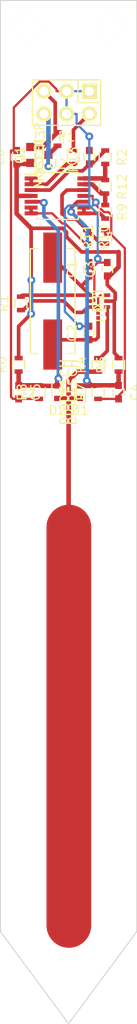
<source format=kicad_pcb>
(kicad_pcb (version 20171130) (host pcbnew "(5.1.12)-1")

  (general
    (thickness 1.6)
    (drawings 15)
    (tracks 256)
    (zones 0)
    (modules 29)
    (nets 19)
  )

  (page A4)
  (layers
    (0 F.Cu signal)
    (31 B.Cu signal)
    (32 B.Adhes user hide)
    (33 F.Adhes user hide)
    (34 B.Paste user hide)
    (35 F.Paste user hide)
    (36 B.SilkS user hide)
    (37 F.SilkS user hide)
    (38 B.Mask user hide)
    (39 F.Mask user hide)
    (40 Dwgs.User user hide)
    (41 Cmts.User user hide)
    (42 Eco1.User user hide)
    (43 Eco2.User user hide)
    (44 Edge.Cuts user)
    (45 Margin user hide)
    (46 B.CrtYd user hide)
    (47 F.CrtYd user hide)
    (48 B.Fab user hide)
    (49 F.Fab user hide)
  )

  (setup
    (last_trace_width 0.254)
    (user_trace_width 0.4064)
    (user_trace_width 0.508)
    (user_trace_width 1.27)
    (user_trace_width 5)
    (trace_clearance 0.09)
    (zone_clearance 0.2286)
    (zone_45_only no)
    (trace_min 0.254)
    (via_size 0.889)
    (via_drill 0.4)
    (via_min_size 0.889)
    (via_min_drill 0.4)
    (uvia_size 0.508)
    (uvia_drill 0.127)
    (uvias_allowed no)
    (uvia_min_size 0.4572)
    (uvia_min_drill 0.127)
    (edge_width 0.1)
    (segment_width 0.2)
    (pcb_text_width 0.3)
    (pcb_text_size 1.5 1.5)
    (mod_edge_width 0.15)
    (mod_text_size 1 1)
    (mod_text_width 0.15)
    (pad_size 2.99974 2.99974)
    (pad_drill 2.99974)
    (pad_to_mask_clearance 0)
    (aux_axis_origin 0 0)
    (visible_elements 7FFFFFFF)
    (pcbplotparams
      (layerselection 0x00030_80000001)
      (usegerberextensions false)
      (usegerberattributes true)
      (usegerberadvancedattributes true)
      (creategerberjobfile true)
      (excludeedgelayer true)
      (linewidth 0.100000)
      (plotframeref false)
      (viasonmask false)
      (mode 1)
      (useauxorigin false)
      (hpglpennumber 1)
      (hpglpenspeed 20)
      (hpglpendiameter 15.000000)
      (psnegative false)
      (psa4output false)
      (plotreference true)
      (plotvalue true)
      (plotinvisibletext false)
      (padsonsilk false)
      (subtractmaskfromsilk false)
      (outputformat 1)
      (mirror false)
      (drillshape 1)
      (scaleselection 1)
      (outputdirectory ""))
  )

  (net 0 "")
  (net 1 "Net-(C1-Pad1)")
  (net 2 GND)
  (net 3 "Net-(C2-Pad1)")
  (net 4 VCC)
  (net 5 /SENSE_LOW)
  (net 6 /SENSE_HIGH)
  (net 7 /SENSOR_TRACK)
  (net 8 /~ENABLE)
  (net 9 VDD)
  (net 10 "Net-(R4-Pad2)")
  (net 11 "Net-(R12-Pad2)")
  (net 12 "Net-(R9-Pad2)")
  (net 13 "Net-(R10-Pad1)")
  (net 14 "Net-(R10-Pad2)")
  (net 15 /OUT)
  (net 16 "Net-(C7-Pad1)")
  (net 17 "Net-(R12-Pad1)")
  (net 18 "Net-(R13-Pad2)")

  (net_class Default "This is the default net class."
    (clearance 0.09)
    (trace_width 0.254)
    (via_dia 0.889)
    (via_drill 0.4)
    (uvia_dia 0.508)
    (uvia_drill 0.127)
    (add_net /OUT)
    (add_net /SENSE_HIGH)
    (add_net /SENSE_LOW)
    (add_net /SENSOR_TRACK)
    (add_net /~ENABLE)
    (add_net GND)
    (add_net "Net-(C1-Pad1)")
    (add_net "Net-(C2-Pad1)")
    (add_net "Net-(C7-Pad1)")
    (add_net "Net-(R10-Pad1)")
    (add_net "Net-(R10-Pad2)")
    (add_net "Net-(R12-Pad1)")
    (add_net "Net-(R12-Pad2)")
    (add_net "Net-(R13-Pad2)")
    (add_net "Net-(R4-Pad2)")
    (add_net "Net-(R9-Pad2)")
    (add_net VCC)
    (add_net VDD)
  )

  (module Housings_SSOP:TSSOP-14_4.4x5mm_Pitch0.65mm (layer F.Cu) (tedit 54130A77) (tstamp 5513FE28)
    (at 105.41 50.038)
    (descr "14-Lead Plastic Thin Shrink Small Outline (ST)-4.4 mm Body [TSSOP] (see Microchip Packaging Specification 00000049BS.pdf)")
    (tags "SSOP 0.65")
    (path /54D2AB47)
    (attr smd)
    (fp_text reference U2 (at 0 -3.55) (layer F.SilkS)
      (effects (font (size 1 1) (thickness 0.15)))
    )
    (fp_text value LM324 (at 0 3.55) (layer F.Fab)
      (effects (font (size 1 1) (thickness 0.15)))
    )
    (fp_line (start -2.325 -2.4) (end -3.675 -2.4) (layer F.SilkS) (width 0.15))
    (fp_line (start -2.325 2.625) (end 2.325 2.625) (layer F.SilkS) (width 0.15))
    (fp_line (start -2.325 -2.625) (end 2.325 -2.625) (layer F.SilkS) (width 0.15))
    (fp_line (start -2.325 2.625) (end -2.325 2.4) (layer F.SilkS) (width 0.15))
    (fp_line (start 2.325 2.625) (end 2.325 2.4) (layer F.SilkS) (width 0.15))
    (fp_line (start 2.325 -2.625) (end 2.325 -2.4) (layer F.SilkS) (width 0.15))
    (fp_line (start -2.325 -2.625) (end -2.325 -2.4) (layer F.SilkS) (width 0.15))
    (fp_line (start -3.95 2.8) (end 3.95 2.8) (layer F.CrtYd) (width 0.05))
    (fp_line (start -3.95 -2.8) (end 3.95 -2.8) (layer F.CrtYd) (width 0.05))
    (fp_line (start 3.95 -2.8) (end 3.95 2.8) (layer F.CrtYd) (width 0.05))
    (fp_line (start -3.95 -2.8) (end -3.95 2.8) (layer F.CrtYd) (width 0.05))
    (pad 1 smd rect (at -2.95 -1.95) (size 1.45 0.45) (layers F.Cu F.Paste F.Mask)
      (net 18 "Net-(R13-Pad2)"))
    (pad 2 smd rect (at -2.95 -1.3) (size 1.45 0.45) (layers F.Cu F.Paste F.Mask)
      (net 18 "Net-(R13-Pad2)"))
    (pad 3 smd rect (at -2.95 -0.65) (size 1.45 0.45) (layers F.Cu F.Paste F.Mask)
      (net 16 "Net-(C7-Pad1)"))
    (pad 4 smd rect (at -2.95 0) (size 1.45 0.45) (layers F.Cu F.Paste F.Mask)
      (net 4 VCC))
    (pad 5 smd rect (at -2.95 0.65) (size 1.45 0.45) (layers F.Cu F.Paste F.Mask)
      (net 6 /SENSE_HIGH))
    (pad 6 smd rect (at -2.95 1.3) (size 1.45 0.45) (layers F.Cu F.Paste F.Mask)
      (net 14 "Net-(R10-Pad2)"))
    (pad 7 smd rect (at -2.95 1.95) (size 1.45 0.45) (layers F.Cu F.Paste F.Mask)
      (net 14 "Net-(R10-Pad2)"))
    (pad 8 smd rect (at 2.95 1.95) (size 1.45 0.45) (layers F.Cu F.Paste F.Mask)
      (net 12 "Net-(R9-Pad2)"))
    (pad 9 smd rect (at 2.95 1.3) (size 1.45 0.45) (layers F.Cu F.Paste F.Mask)
      (net 12 "Net-(R9-Pad2)"))
    (pad 10 smd rect (at 2.95 0.65) (size 1.45 0.45) (layers F.Cu F.Paste F.Mask)
      (net 5 /SENSE_LOW))
    (pad 11 smd rect (at 2.95 0) (size 1.45 0.45) (layers F.Cu F.Paste F.Mask)
      (net 2 GND))
    (pad 12 smd rect (at 2.95 -0.65) (size 1.45 0.45) (layers F.Cu F.Paste F.Mask)
      (net 13 "Net-(R10-Pad1)"))
    (pad 13 smd rect (at 2.95 -1.3) (size 1.45 0.45) (layers F.Cu F.Paste F.Mask)
      (net 11 "Net-(R12-Pad2)"))
    (pad 14 smd rect (at 2.95 -1.95) (size 1.45 0.45) (layers F.Cu F.Paste F.Mask)
      (net 17 "Net-(R12-Pad1)"))
    (model Housings_SSOP.3dshapes/TSSOP-14_4.4x5mm_Pitch0.65mm.wrl
      (at (xyz 0 0 0))
      (scale (xyz 1 1 1))
      (rotate (xyz 0 0 0))
    )
  )

  (module Mounting_Holes:MountingHole_3mm (layer F.Cu) (tedit 55144018) (tstamp 55142C45)
    (at 102.616 29.718)
    (descr "Mounting hole, Befestigungsbohrung, 3mm, No Annular, Kein Restring,")
    (tags "Mounting hole, Befestigungsbohrung, 3mm, No Annular, Kein Restring,")
    (fp_text reference REF**_2 (at 0 -4.0005) (layer F.SilkS)
      (effects (font (size 1 1) (thickness 0.15)))
    )
    (fp_text value MountingHole_3mm (at 1.00076 5.00126) (layer F.Fab)
      (effects (font (size 1 1) (thickness 0.15)))
    )
    (pad 1 thru_hole circle (at -0.584 1.5) (size 2.99974 2.99974) (drill 2.99974) (layers F.Cu))
  )

  (module Mounting_Holes:MountingHole_3mm (layer F.Cu) (tedit 55144005) (tstamp 55142C3E)
    (at 110.236 29.718)
    (descr "Mounting hole, Befestigungsbohrung, 3mm, No Annular, Kein Restring,")
    (tags "Mounting hole, Befestigungsbohrung, 3mm, No Annular, Kein Restring,")
    (fp_text reference REF** (at 0 -4.0005) (layer F.SilkS)
      (effects (font (size 1 1) (thickness 0.15)))
    )
    (fp_text value MountingHole_3mm (at 1.00076 5.00126) (layer F.Fab)
      (effects (font (size 1 1) (thickness 0.15)))
    )
    (pad 1 thru_hole circle (at 1.036 1.5) (size 2.99974 2.99974) (drill 2.99974) (layers F.Cu F.SilkS))
  )

  (module Resistors_SMD:R_0603 (layer F.Cu) (tedit 5415CC62) (tstamp 54E304E2)
    (at 105.41 43.688 90)
    (descr "Resistor SMD 0603, reflow soldering, Vishay (see dcrcw.pdf)")
    (tags "resistor 0603")
    (path /54D22EA4)
    (attr smd)
    (fp_text reference R3 (at 0 -1.9 90) (layer F.SilkS)
      (effects (font (size 1 1) (thickness 0.15)))
    )
    (fp_text value 1M (at 0 1.9 90) (layer F.Fab)
      (effects (font (size 1 1) (thickness 0.15)))
    )
    (fp_line (start -0.5 -0.675) (end 0.5 -0.675) (layer F.SilkS) (width 0.15))
    (fp_line (start 0.5 0.675) (end -0.5 0.675) (layer F.SilkS) (width 0.15))
    (fp_line (start 1.3 -0.8) (end 1.3 0.8) (layer F.CrtYd) (width 0.05))
    (fp_line (start -1.3 -0.8) (end -1.3 0.8) (layer F.CrtYd) (width 0.05))
    (fp_line (start -1.3 0.8) (end 1.3 0.8) (layer F.CrtYd) (width 0.05))
    (fp_line (start -1.3 -0.8) (end 1.3 -0.8) (layer F.CrtYd) (width 0.05))
    (pad 1 smd rect (at -0.75 0 90) (size 0.5 0.9) (layers F.Cu F.Paste F.Mask)
      (net 9 VDD))
    (pad 2 smd rect (at 0.75 0 90) (size 0.5 0.9) (layers F.Cu F.Paste F.Mask)
      (net 8 /~ENABLE))
    (model Resistors_SMD.3dshapes/R_0603.wrl
      (at (xyz 0 0 0))
      (scale (xyz 1 1 1))
      (rotate (xyz 0 0 0))
    )
  )

  (module Capacitors_SMD:C_0603 (layer F.Cu) (tedit 5415D631) (tstamp 5513FF58)
    (at 108.966 45.72 90)
    (descr "Capacitor SMD 0603, reflow soldering, AVX (see smccp.pdf)")
    (tags "capacitor 0603")
    (path /551427DB)
    (attr smd)
    (fp_text reference C7 (at 0 -1.9 90) (layer F.SilkS)
      (effects (font (size 1 1) (thickness 0.15)))
    )
    (fp_text value 1u (at 0 1.9 90) (layer F.Fab)
      (effects (font (size 1 1) (thickness 0.15)))
    )
    (fp_line (start 0.35 0.6) (end -0.35 0.6) (layer F.SilkS) (width 0.15))
    (fp_line (start -0.35 -0.6) (end 0.35 -0.6) (layer F.SilkS) (width 0.15))
    (fp_line (start 1.45 -0.75) (end 1.45 0.75) (layer F.CrtYd) (width 0.05))
    (fp_line (start -1.45 -0.75) (end -1.45 0.75) (layer F.CrtYd) (width 0.05))
    (fp_line (start -1.45 0.75) (end 1.45 0.75) (layer F.CrtYd) (width 0.05))
    (fp_line (start -1.45 -0.75) (end 1.45 -0.75) (layer F.CrtYd) (width 0.05))
    (pad 1 smd rect (at -0.75 0 90) (size 0.8 0.75) (layers F.Cu F.Paste F.Mask)
      (net 16 "Net-(C7-Pad1)"))
    (pad 2 smd rect (at 0.75 0 90) (size 0.8 0.75) (layers F.Cu F.Paste F.Mask)
      (net 2 GND))
    (model Capacitors_SMD.3dshapes/C_0603.wrl
      (at (xyz 0 0 0))
      (scale (xyz 1 1 1))
      (rotate (xyz 0 0 0))
    )
  )

  (module Capacitors_SMD:C_0603 (layer F.Cu) (tedit 5415D631) (tstamp 54E304D5)
    (at 100.838 45.72 90)
    (descr "Capacitor SMD 0603, reflow soldering, AVX (see smccp.pdf)")
    (tags "capacitor 0603")
    (path /54D2428C)
    (attr smd)
    (fp_text reference C6 (at 0 -1.9 90) (layer F.SilkS)
      (effects (font (size 1 1) (thickness 0.15)))
    )
    (fp_text value 1u (at 0 1.9 90) (layer F.Fab)
      (effects (font (size 1 1) (thickness 0.15)))
    )
    (fp_line (start 0.35 0.6) (end -0.35 0.6) (layer F.SilkS) (width 0.15))
    (fp_line (start -0.35 -0.6) (end 0.35 -0.6) (layer F.SilkS) (width 0.15))
    (fp_line (start 1.45 -0.75) (end 1.45 0.75) (layer F.CrtYd) (width 0.05))
    (fp_line (start -1.45 -0.75) (end -1.45 0.75) (layer F.CrtYd) (width 0.05))
    (fp_line (start -1.45 0.75) (end 1.45 0.75) (layer F.CrtYd) (width 0.05))
    (fp_line (start -1.45 -0.75) (end 1.45 -0.75) (layer F.CrtYd) (width 0.05))
    (pad 1 smd rect (at -0.75 0 90) (size 0.8 0.75) (layers F.Cu F.Paste F.Mask)
      (net 4 VCC))
    (pad 2 smd rect (at 0.75 0 90) (size 0.8 0.75) (layers F.Cu F.Paste F.Mask)
      (net 2 GND))
    (model Capacitors_SMD.3dshapes/C_0603.wrl
      (at (xyz 0 0 0))
      (scale (xyz 1 1 1))
      (rotate (xyz 0 0 0))
    )
  )

  (module SMD_Packages:SOT-23-GDS placed (layer F.Cu) (tedit 54D226C6) (tstamp 54E304EE)
    (at 103.378 45.466 90)
    (descr "Module CMS SOT23 Transistore EBC")
    (tags "CMS SOT")
    (path /54D22CB3)
    (attr smd)
    (fp_text reference Q1 (at 0 -2.159 90) (layer F.SilkS)
      (effects (font (size 1 1) (thickness 0.15)))
    )
    (fp_text value MOSFET_P (at 0 0 90) (layer F.SilkS)
      (effects (font (size 1 1) (thickness 0.15)))
    )
    (fp_line (start -1.524 0.381) (end -1.524 -0.381) (layer F.SilkS) (width 0.15))
    (fp_line (start 1.524 0.381) (end -1.524 0.381) (layer F.SilkS) (width 0.15))
    (fp_line (start 1.524 -0.381) (end 1.524 0.381) (layer F.SilkS) (width 0.15))
    (fp_line (start -1.524 -0.381) (end 1.524 -0.381) (layer F.SilkS) (width 0.15))
    (pad S smd rect (at -0.889 -1.016 90) (size 0.9144 0.9144) (layers F.Cu F.Paste F.Mask)
      (net 4 VCC))
    (pad G smd rect (at 0.889 -1.016 90) (size 0.9144 0.9144) (layers F.Cu F.Paste F.Mask)
      (net 8 /~ENABLE))
    (pad D smd rect (at 0 1.016 90) (size 0.9144 0.9144) (layers F.Cu F.Paste F.Mask)
      (net 9 VDD))
    (model SMD_Packages/SOT-23-GDS.wrl
      (at (xyz 0 0 0))
      (scale (xyz 0.13 0.15 0.15))
      (rotate (xyz 0 0 0))
    )
  )

  (module Resistors_SMD:R_0603 (layer F.Cu) (tedit 5415CC62) (tstamp 54E304C8)
    (at 110.744 49.022 270)
    (descr "Resistor SMD 0603, reflow soldering, Vishay (see dcrcw.pdf)")
    (tags "resistor 0603")
    (path /54D2B42B)
    (attr smd)
    (fp_text reference R12 (at 0 -1.9 270) (layer F.SilkS)
      (effects (font (size 1 1) (thickness 0.15)))
    )
    (fp_text value "10k 0.1%" (at 0 1.9 270) (layer F.Fab)
      (effects (font (size 1 1) (thickness 0.15)))
    )
    (fp_line (start -0.5 -0.675) (end 0.5 -0.675) (layer F.SilkS) (width 0.15))
    (fp_line (start 0.5 0.675) (end -0.5 0.675) (layer F.SilkS) (width 0.15))
    (fp_line (start 1.3 -0.8) (end 1.3 0.8) (layer F.CrtYd) (width 0.05))
    (fp_line (start -1.3 -0.8) (end -1.3 0.8) (layer F.CrtYd) (width 0.05))
    (fp_line (start -1.3 0.8) (end 1.3 0.8) (layer F.CrtYd) (width 0.05))
    (fp_line (start -1.3 -0.8) (end 1.3 -0.8) (layer F.CrtYd) (width 0.05))
    (pad 1 smd rect (at -0.75 0 270) (size 0.5 0.9) (layers F.Cu F.Paste F.Mask)
      (net 17 "Net-(R12-Pad1)"))
    (pad 2 smd rect (at 0.75 0 270) (size 0.5 0.9) (layers F.Cu F.Paste F.Mask)
      (net 11 "Net-(R12-Pad2)"))
    (model Resistors_SMD.3dshapes/R_0603.wrl
      (at (xyz 0 0 0))
      (scale (xyz 1 1 1))
      (rotate (xyz 0 0 0))
    )
  )

  (module Resistors_SMD:R_0603 (layer F.Cu) (tedit 5415CC62) (tstamp 54E3051B)
    (at 110.744 45.72 270)
    (descr "Resistor SMD 0603, reflow soldering, Vishay (see dcrcw.pdf)")
    (tags "resistor 0603")
    (path /5514275D)
    (attr smd)
    (fp_text reference R2 (at 0 -1.9 270) (layer F.SilkS)
      (effects (font (size 1 1) (thickness 0.15)))
    )
    (fp_text value 10k (at 0 1.9 270) (layer F.Fab)
      (effects (font (size 1 1) (thickness 0.15)))
    )
    (fp_line (start -0.5 -0.675) (end 0.5 -0.675) (layer F.SilkS) (width 0.15))
    (fp_line (start 0.5 0.675) (end -0.5 0.675) (layer F.SilkS) (width 0.15))
    (fp_line (start 1.3 -0.8) (end 1.3 0.8) (layer F.CrtYd) (width 0.05))
    (fp_line (start -1.3 -0.8) (end -1.3 0.8) (layer F.CrtYd) (width 0.05))
    (fp_line (start -1.3 0.8) (end 1.3 0.8) (layer F.CrtYd) (width 0.05))
    (fp_line (start -1.3 -0.8) (end 1.3 -0.8) (layer F.CrtYd) (width 0.05))
    (pad 1 smd rect (at -0.75 0 270) (size 0.5 0.9) (layers F.Cu F.Paste F.Mask)
      (net 16 "Net-(C7-Pad1)"))
    (pad 2 smd rect (at 0.75 0 270) (size 0.5 0.9) (layers F.Cu F.Paste F.Mask)
      (net 17 "Net-(R12-Pad1)"))
    (model Resistors_SMD.3dshapes/R_0603.wrl
      (at (xyz 0 0 0))
      (scale (xyz 1 1 1))
      (rotate (xyz 0 0 0))
    )
  )

  (module Resistors_SMD:R_0603 (layer F.Cu) (tedit 5513FF76) (tstamp 5513FF64)
    (at 107.188 45.72 270)
    (descr "Resistor SMD 0603, reflow soldering, Vishay (see dcrcw.pdf)")
    (tags "resistor 0603")
    (path /551426A3)
    (attr smd)
    (fp_text reference R13 (at 0.254 0 270) (layer F.SilkS)
      (effects (font (size 1 1) (thickness 0.15)))
    )
    (fp_text value 330 (at 0 1.9 270) (layer F.Fab)
      (effects (font (size 1 1) (thickness 0.15)))
    )
    (fp_line (start -0.5 -0.675) (end 0.5 -0.675) (layer F.SilkS) (width 0.15))
    (fp_line (start 0.5 0.675) (end -0.5 0.675) (layer F.SilkS) (width 0.15))
    (fp_line (start 1.3 -0.8) (end 1.3 0.8) (layer F.CrtYd) (width 0.05))
    (fp_line (start -1.3 -0.8) (end -1.3 0.8) (layer F.CrtYd) (width 0.05))
    (fp_line (start -1.3 0.8) (end 1.3 0.8) (layer F.CrtYd) (width 0.05))
    (fp_line (start -1.3 -0.8) (end 1.3 -0.8) (layer F.CrtYd) (width 0.05))
    (pad 1 smd rect (at -0.75 0 270) (size 0.5 0.9) (layers F.Cu F.Paste F.Mask)
      (net 15 /OUT))
    (pad 2 smd rect (at 0.75 0 270) (size 0.5 0.9) (layers F.Cu F.Paste F.Mask)
      (net 18 "Net-(R13-Pad2)"))
    (model Resistors_SMD.3dshapes/R_0603.wrl
      (at (xyz 0 0 0))
      (scale (xyz 1 1 1))
      (rotate (xyz 0 0 0))
    )
  )

  (module Resistors_SMD:R_0603 (layer F.Cu) (tedit 5415CC62) (tstamp 54E3050E)
    (at 110.744 51.816 270)
    (descr "Resistor SMD 0603, reflow soldering, Vishay (see dcrcw.pdf)")
    (tags "resistor 0603")
    (path /54D2B12F)
    (attr smd)
    (fp_text reference R9 (at 0 -1.9 270) (layer F.SilkS)
      (effects (font (size 1 1) (thickness 0.15)))
    )
    (fp_text value "10k 0.1%" (at 0 1.9 270) (layer F.Fab)
      (effects (font (size 1 1) (thickness 0.15)))
    )
    (fp_line (start -0.5 -0.675) (end 0.5 -0.675) (layer F.SilkS) (width 0.15))
    (fp_line (start 0.5 0.675) (end -0.5 0.675) (layer F.SilkS) (width 0.15))
    (fp_line (start 1.3 -0.8) (end 1.3 0.8) (layer F.CrtYd) (width 0.05))
    (fp_line (start -1.3 -0.8) (end -1.3 0.8) (layer F.CrtYd) (width 0.05))
    (fp_line (start -1.3 0.8) (end 1.3 0.8) (layer F.CrtYd) (width 0.05))
    (fp_line (start -1.3 -0.8) (end 1.3 -0.8) (layer F.CrtYd) (width 0.05))
    (pad 1 smd rect (at -0.75 0 270) (size 0.5 0.9) (layers F.Cu F.Paste F.Mask)
      (net 11 "Net-(R12-Pad2)"))
    (pad 2 smd rect (at 0.75 0 270) (size 0.5 0.9) (layers F.Cu F.Paste F.Mask)
      (net 12 "Net-(R9-Pad2)"))
    (model Resistors_SMD.3dshapes/R_0603.wrl
      (at (xyz 0 0 0))
      (scale (xyz 1 1 1))
      (rotate (xyz 0 0 0))
    )
  )

  (module Transistors_SMD:sc70-6 placed (layer F.Cu) (tedit 54D226C6) (tstamp 0)
    (at 109.954 61.7773 270)
    (descr SC70-6)
    (path /54D21739)
    (attr smd)
    (fp_text reference U1 (at 1.4 -0.4 270) (layer F.SilkS)
      (effects (font (size 1 1) (thickness 0.15)))
    )
    (fp_text value NC7WZU04P6 (at 2.2 0.2 270) (layer F.SilkS) hide
      (effects (font (size 1 1) (thickness 0.15)))
    )
    (fp_line (start 1.1 -0.6) (end -1.1 -0.6) (layer F.SilkS) (width 0.15))
    (fp_line (start -1.1 0.6) (end 1.1 0.6) (layer F.SilkS) (width 0.15))
    (fp_line (start -1.1 -0.6) (end -1.1 0.6) (layer F.SilkS) (width 0.15))
    (fp_line (start 1.1 0.6) (end 1.1 -0.6) (layer F.SilkS) (width 0.15))
    (fp_line (start -0.8 0.3) (end -0.8 0.6) (layer F.SilkS) (width 0.15))
    (fp_line (start -1.1 0.3) (end -0.8 0.3) (layer F.SilkS) (width 0.15))
    (pad 1 smd rect (at -0.6604 1.016 270) (size 0.4064 0.6604) (layers F.Cu F.Paste F.Mask)
      (net 1 "Net-(C1-Pad1)"))
    (pad 3 smd rect (at 0.6604 1.016 270) (size 0.4064 0.6604) (layers F.Cu F.Paste F.Mask)
      (net 3 "Net-(C2-Pad1)"))
    (pad 2 smd rect (at 0 1.016 270) (size 0.4064 0.6604) (layers F.Cu F.Paste F.Mask)
      (net 2 GND))
    (pad 4 smd rect (at 0.6604 -1.016 270) (size 0.4064 0.6604) (layers F.Cu F.Paste F.Mask)
      (net 10 "Net-(R4-Pad2)"))
    (pad 6 smd rect (at -0.6604 -1.016 270) (size 0.4064 0.6604) (layers F.Cu F.Paste F.Mask)
      (net 3 "Net-(C2-Pad1)"))
    (pad 5 smd rect (at 0 -1.016 270) (size 0.4064 0.6604) (layers F.Cu F.Paste F.Mask)
      (net 4 VCC))
    (model Transistors_SMD/sc70-6.wrl
      (at (xyz 0 0 0))
      (scale (xyz 1 1 1))
      (rotate (xyz 0 0 0))
    )
  )

  (module Crystals:Crystal_HC49-SD_SMD placed (layer F.Cu) (tedit 54D226C6) (tstamp 0)
    (at 104.874 61.7773 270)
    (descr "Crystal, Quarz, HC49-SD, SMD,")
    (tags "Crystal, Quarz, HC49-SD, SMD,")
    (path /54D213EA)
    (attr smd)
    (fp_text reference X1 (at 0 -5.08 270) (layer F.SilkS)
      (effects (font (size 1 1) (thickness 0.15)))
    )
    (fp_text value 16MHz (at 2.54 5.08 270) (layer F.SilkS) hide
      (effects (font (size 1 1) (thickness 0.15)))
    )
    (fp_line (start -5.84962 -2.49936) (end -5.84962 -1.651) (layer F.SilkS) (width 0.15))
    (fp_line (start -5.84962 2.49936) (end -5.84962 1.651) (layer F.SilkS) (width 0.15))
    (fp_line (start 5.84962 -2.49936) (end 5.84962 -1.651) (layer F.SilkS) (width 0.15))
    (fp_line (start 5.84962 2.49936) (end 5.84962 1.651) (layer F.SilkS) (width 0.15))
    (fp_line (start 5.84962 -2.49936) (end -5.84962 -2.49936) (layer F.SilkS) (width 0.15))
    (fp_line (start -5.84962 2.49936) (end 5.84962 2.49936) (layer F.SilkS) (width 0.15))
    (fp_circle (center 0 0) (end 0.14986 0.0508) (layer F.Adhes) (width 0.381))
    (fp_circle (center 0 0) (end 0.50038 0) (layer F.Adhes) (width 0.381))
    (fp_circle (center 0 0) (end 0.8509 0) (layer F.Adhes) (width 0.381))
    (pad 1 smd rect (at -4.84886 0 270) (size 5.6007 2.10058) (layers F.Cu F.Paste F.Mask)
      (net 1 "Net-(C1-Pad1)"))
    (pad 2 smd rect (at 4.84886 0 270) (size 5.6007 2.10058) (layers F.Cu F.Paste F.Mask)
      (net 3 "Net-(C2-Pad1)"))
    (model ../../usr/local/share/kicad/modules/packages3d/Crystals_Oscillators_SMD/Q_49U3HMS.wrl
      (at (xyz 0 0 0))
      (scale (xyz 1 1 1))
      (rotate (xyz 0 0 0))
    )
  )

  (module Pin_Headers:Pin_Header_Straight_2x03 placed (layer F.Cu) (tedit 54D226C6) (tstamp 0)
    (at 106.426 39.624 180)
    (descr "Through hole pin header")
    (tags "pin header")
    (path /54D22B40)
    (fp_text reference P1 (at 0 -3.81 180) (layer F.SilkS)
      (effects (font (size 1 1) (thickness 0.15)))
    )
    (fp_text value CONN_01X06 (at 0 0 180) (layer F.SilkS) hide
      (effects (font (size 1 1) (thickness 0.15)))
    )
    (fp_line (start -1.27 -2.54) (end -3.81 -2.54) (layer F.SilkS) (width 0.15))
    (fp_line (start -3.81 -2.54) (end -3.81 0) (layer F.SilkS) (width 0.15))
    (fp_line (start -3.81 2.54) (end -3.81 0) (layer F.SilkS) (width 0.15))
    (fp_line (start 3.81 -2.54) (end -1.27 -2.54) (layer F.SilkS) (width 0.15))
    (fp_line (start 3.81 2.54) (end 3.81 -2.54) (layer F.SilkS) (width 0.15))
    (fp_line (start -3.81 2.54) (end 3.81 2.54) (layer F.SilkS) (width 0.15))
    (fp_line (start -1.27 0) (end -1.27 2.54) (layer F.SilkS) (width 0.15))
    (fp_line (start -3.81 0) (end -1.27 0) (layer F.SilkS) (width 0.15))
    (pad 1 thru_hole rect (at -2.54 1.27 180) (size 1.7272 1.7272) (drill 1.016) (layers *.Cu *.Mask F.SilkS)
      (net 2 GND))
    (pad 2 thru_hole oval (at -2.54 -1.27 180) (size 1.7272 1.7272) (drill 1.016) (layers *.Cu *.Mask F.SilkS)
      (net 15 /OUT))
    (pad 3 thru_hole oval (at 0 1.27 180) (size 1.7272 1.7272) (drill 1.016) (layers *.Cu *.Mask F.SilkS)
      (net 2 GND))
    (pad 4 thru_hole oval (at 0 -1.27 180) (size 1.7272 1.7272) (drill 1.016) (layers *.Cu *.Mask F.SilkS)
      (net 2 GND))
    (pad 5 thru_hole oval (at 2.54 1.27 180) (size 1.7272 1.7272) (drill 1.016) (layers *.Cu *.Mask F.SilkS)
      (net 8 /~ENABLE))
    (pad 6 thru_hole oval (at 2.54 -1.27 180) (size 1.7272 1.7272) (drill 1.016) (layers *.Cu *.Mask F.SilkS)
      (net 9 VDD))
    (model Pin_Headers/Pin_Header_Straight_2x03.wrl
      (at (xyz 0 0 0))
      (scale (xyz 1 1 1))
      (rotate (xyz 0 0 0))
    )
  )

  (module SMD_Packages:SOD-523 (layer F.Cu) (tedit 54D255C3) (tstamp 54E3043D)
    (at 107.922 71.9373 270)
    (descr "http://www.diodes.com/datasheets/ap02001.pdf p.144")
    (tags "Diode SOD523")
    (path /54D21FCD)
    (fp_text reference D1 (at 2.032 0) (layer F.SilkS)
      (effects (font (size 1 1) (thickness 0.15)))
    )
    (fp_text value DIODESCH (at 0 1.7 270) (layer F.SilkS)
      (effects (font (size 1 1) (thickness 0.15)))
    )
    (fp_line (start -0.4 -0.6) (end 1.15 -0.6) (layer F.SilkS) (width 0.15))
    (fp_line (start -0.4 0.6) (end 1.15 0.6) (layer F.SilkS) (width 0.15))
    (pad 1 smd rect (at -0.7 0 270) (size 0.6 0.7) (layers F.Cu F.Paste F.Mask)
      (net 5 /SENSE_LOW))
    (pad 2 smd rect (at 0.7 0 270) (size 0.6 0.7) (layers F.Cu F.Paste F.Mask)
      (net 7 /SENSOR_TRACK))
  )

  (module SMD_Packages:SOD-523 (layer F.Cu) (tedit 54D255C3) (tstamp 54E3047A)
    (at 105.382 71.9373 90)
    (descr "http://www.diodes.com/datasheets/ap02001.pdf p.144")
    (tags "Diode SOD523")
    (path /54D22068)
    (fp_text reference D2 (at -2.032 0 180) (layer F.SilkS)
      (effects (font (size 1 1) (thickness 0.15)))
    )
    (fp_text value DIODESCH (at 0 1.7 90) (layer F.SilkS)
      (effects (font (size 1 1) (thickness 0.15)))
    )
    (fp_line (start -0.4 -0.6) (end 1.15 -0.6) (layer F.SilkS) (width 0.15))
    (fp_line (start -0.4 0.6) (end 1.15 0.6) (layer F.SilkS) (width 0.15))
    (pad 1 smd rect (at -0.7 0 90) (size 0.6 0.7) (layers F.Cu F.Paste F.Mask)
      (net 7 /SENSOR_TRACK))
    (pad 2 smd rect (at 0.7 0 90) (size 0.6 0.7) (layers F.Cu F.Paste F.Mask)
      (net 6 /SENSE_HIGH))
  )

  (module Capacitors_SMD:C_0603 (layer F.Cu) (tedit 5415D631) (tstamp 54E304A1)
    (at 101.064 71.9373 270)
    (descr "Capacitor SMD 0603, reflow soldering, AVX (see smccp.pdf)")
    (tags "capacitor 0603")
    (path /54D22484)
    (attr smd)
    (fp_text reference C5 (at 0 -1.9 270) (layer F.SilkS)
      (effects (font (size 1 1) (thickness 0.15)))
    )
    (fp_text value 1n (at 0 1.9 270) (layer F.Fab)
      (effects (font (size 1 1) (thickness 0.15)))
    )
    (fp_line (start 0.35 0.6) (end -0.35 0.6) (layer F.SilkS) (width 0.15))
    (fp_line (start -0.35 -0.6) (end 0.35 -0.6) (layer F.SilkS) (width 0.15))
    (fp_line (start 1.45 -0.75) (end 1.45 0.75) (layer F.CrtYd) (width 0.05))
    (fp_line (start -1.45 -0.75) (end -1.45 0.75) (layer F.CrtYd) (width 0.05))
    (fp_line (start -1.45 0.75) (end 1.45 0.75) (layer F.CrtYd) (width 0.05))
    (fp_line (start -1.45 -0.75) (end 1.45 -0.75) (layer F.CrtYd) (width 0.05))
    (pad 1 smd rect (at -0.75 0 270) (size 0.8 0.75) (layers F.Cu F.Paste F.Mask)
      (net 6 /SENSE_HIGH))
    (pad 2 smd rect (at 0.75 0 270) (size 0.8 0.75) (layers F.Cu F.Paste F.Mask)
      (net 2 GND))
    (model Capacitors_SMD.3dshapes/C_0603.wrl
      (at (xyz 0 0 0))
      (scale (xyz 1 1 1))
      (rotate (xyz 0 0 0))
    )
  )

  (module Capacitors_SMD:C_0603 (layer F.Cu) (tedit 5415D631) (tstamp 54E3044A)
    (at 112.24 71.9373 270)
    (descr "Capacitor SMD 0603, reflow soldering, AVX (see smccp.pdf)")
    (tags "capacitor 0603")
    (path /54D2222A)
    (attr smd)
    (fp_text reference C4 (at 0 -1.9 270) (layer F.SilkS)
      (effects (font (size 1 1) (thickness 0.15)))
    )
    (fp_text value 1n (at 0 1.9 270) (layer F.Fab)
      (effects (font (size 1 1) (thickness 0.15)))
    )
    (fp_line (start 0.35 0.6) (end -0.35 0.6) (layer F.SilkS) (width 0.15))
    (fp_line (start -0.35 -0.6) (end 0.35 -0.6) (layer F.SilkS) (width 0.15))
    (fp_line (start 1.45 -0.75) (end 1.45 0.75) (layer F.CrtYd) (width 0.05))
    (fp_line (start -1.45 -0.75) (end -1.45 0.75) (layer F.CrtYd) (width 0.05))
    (fp_line (start -1.45 0.75) (end 1.45 0.75) (layer F.CrtYd) (width 0.05))
    (fp_line (start -1.45 -0.75) (end 1.45 -0.75) (layer F.CrtYd) (width 0.05))
    (pad 1 smd rect (at -0.75 0 270) (size 0.8 0.75) (layers F.Cu F.Paste F.Mask)
      (net 5 /SENSE_LOW))
    (pad 2 smd rect (at 0.75 0 270) (size 0.8 0.75) (layers F.Cu F.Paste F.Mask)
      (net 2 GND))
    (model Capacitors_SMD.3dshapes/C_0603.wrl
      (at (xyz 0 0 0))
      (scale (xyz 1 1 1))
      (rotate (xyz 0 0 0))
    )
  )

  (module Capacitors_SMD:C_0603 (layer F.Cu) (tedit 5415D631) (tstamp 0)
    (at 108.938 65.3333 90)
    (descr "Capacitor SMD 0603, reflow soldering, AVX (see smccp.pdf)")
    (tags "capacitor 0603")
    (path /54D218DE)
    (attr smd)
    (fp_text reference C2 (at 0 -1.9 90) (layer F.SilkS)
      (effects (font (size 1 1) (thickness 0.15)))
    )
    (fp_text value 18p (at 0 1.9 90) (layer F.Fab)
      (effects (font (size 1 1) (thickness 0.15)))
    )
    (fp_line (start 0.35 0.6) (end -0.35 0.6) (layer F.SilkS) (width 0.15))
    (fp_line (start -0.35 -0.6) (end 0.35 -0.6) (layer F.SilkS) (width 0.15))
    (fp_line (start 1.45 -0.75) (end 1.45 0.75) (layer F.CrtYd) (width 0.05))
    (fp_line (start -1.45 -0.75) (end -1.45 0.75) (layer F.CrtYd) (width 0.05))
    (fp_line (start -1.45 0.75) (end 1.45 0.75) (layer F.CrtYd) (width 0.05))
    (fp_line (start -1.45 -0.75) (end 1.45 -0.75) (layer F.CrtYd) (width 0.05))
    (pad 1 smd rect (at -0.75 0 90) (size 0.8 0.75) (layers F.Cu F.Paste F.Mask)
      (net 3 "Net-(C2-Pad1)"))
    (pad 2 smd rect (at 0.75 0 90) (size 0.8 0.75) (layers F.Cu F.Paste F.Mask)
      (net 2 GND))
    (model Capacitors_SMD.3dshapes/C_0603.wrl
      (at (xyz 0 0 0))
      (scale (xyz 1 1 1))
      (rotate (xyz 0 0 0))
    )
  )

  (module Capacitors_SMD:C_0603 (layer F.Cu) (tedit 5415D631) (tstamp 0)
    (at 110.97 58.2213 90)
    (descr "Capacitor SMD 0603, reflow soldering, AVX (see smccp.pdf)")
    (tags "capacitor 0603")
    (path /54D21E5C)
    (attr smd)
    (fp_text reference C3 (at 0 -1.9 90) (layer F.SilkS)
      (effects (font (size 1 1) (thickness 0.15)))
    )
    (fp_text value 1u (at 0 1.9 90) (layer F.Fab)
      (effects (font (size 1 1) (thickness 0.15)))
    )
    (fp_line (start 0.35 0.6) (end -0.35 0.6) (layer F.SilkS) (width 0.15))
    (fp_line (start -0.35 -0.6) (end 0.35 -0.6) (layer F.SilkS) (width 0.15))
    (fp_line (start 1.45 -0.75) (end 1.45 0.75) (layer F.CrtYd) (width 0.05))
    (fp_line (start -1.45 -0.75) (end -1.45 0.75) (layer F.CrtYd) (width 0.05))
    (fp_line (start -1.45 0.75) (end 1.45 0.75) (layer F.CrtYd) (width 0.05))
    (fp_line (start -1.45 -0.75) (end 1.45 -0.75) (layer F.CrtYd) (width 0.05))
    (pad 1 smd rect (at -0.75 0 90) (size 0.8 0.75) (layers F.Cu F.Paste F.Mask)
      (net 4 VCC))
    (pad 2 smd rect (at 0.75 0 90) (size 0.8 0.75) (layers F.Cu F.Paste F.Mask)
      (net 2 GND))
    (model Capacitors_SMD.3dshapes/C_0603.wrl
      (at (xyz 0 0 0))
      (scale (xyz 1 1 1))
      (rotate (xyz 0 0 0))
    )
  )

  (module Capacitors_SMD:C_0603 (layer F.Cu) (tedit 5415D631) (tstamp 0)
    (at 108.938 58.2213 90)
    (descr "Capacitor SMD 0603, reflow soldering, AVX (see smccp.pdf)")
    (tags "capacitor 0603")
    (path /54D21881)
    (attr smd)
    (fp_text reference C1 (at 0 -1.9 90) (layer F.SilkS)
      (effects (font (size 1 1) (thickness 0.15)))
    )
    (fp_text value 18p (at 0 1.9 90) (layer F.Fab)
      (effects (font (size 1 1) (thickness 0.15)))
    )
    (fp_line (start 0.35 0.6) (end -0.35 0.6) (layer F.SilkS) (width 0.15))
    (fp_line (start -0.35 -0.6) (end 0.35 -0.6) (layer F.SilkS) (width 0.15))
    (fp_line (start 1.45 -0.75) (end 1.45 0.75) (layer F.CrtYd) (width 0.05))
    (fp_line (start -1.45 -0.75) (end -1.45 0.75) (layer F.CrtYd) (width 0.05))
    (fp_line (start -1.45 0.75) (end 1.45 0.75) (layer F.CrtYd) (width 0.05))
    (fp_line (start -1.45 -0.75) (end 1.45 -0.75) (layer F.CrtYd) (width 0.05))
    (pad 1 smd rect (at -0.75 0 90) (size 0.8 0.75) (layers F.Cu F.Paste F.Mask)
      (net 1 "Net-(C1-Pad1)"))
    (pad 2 smd rect (at 0.75 0 90) (size 0.8 0.75) (layers F.Cu F.Paste F.Mask)
      (net 2 GND))
    (model Capacitors_SMD.3dshapes/C_0603.wrl
      (at (xyz 0 0 0))
      (scale (xyz 1 1 1))
      (rotate (xyz 0 0 0))
    )
  )

  (module Resistors_SMD:R_0603 (layer F.Cu) (tedit 5415CC62) (tstamp 54E3040D)
    (at 110.744 54.61 90)
    (descr "Resistor SMD 0603, reflow soldering, Vishay (see dcrcw.pdf)")
    (tags "resistor 0603")
    (path /54D2B17D)
    (attr smd)
    (fp_text reference R11 (at 0 -1.9 90) (layer F.SilkS)
      (effects (font (size 1 1) (thickness 0.15)))
    )
    (fp_text value "10k 0.1%" (at 0 1.9 90) (layer F.Fab)
      (effects (font (size 1 1) (thickness 0.15)))
    )
    (fp_line (start -0.5 -0.675) (end 0.5 -0.675) (layer F.SilkS) (width 0.15))
    (fp_line (start 0.5 0.675) (end -0.5 0.675) (layer F.SilkS) (width 0.15))
    (fp_line (start 1.3 -0.8) (end 1.3 0.8) (layer F.CrtYd) (width 0.05))
    (fp_line (start -1.3 -0.8) (end -1.3 0.8) (layer F.CrtYd) (width 0.05))
    (fp_line (start -1.3 0.8) (end 1.3 0.8) (layer F.CrtYd) (width 0.05))
    (fp_line (start -1.3 -0.8) (end 1.3 -0.8) (layer F.CrtYd) (width 0.05))
    (pad 1 smd rect (at -0.75 0 90) (size 0.5 0.9) (layers F.Cu F.Paste F.Mask)
      (net 13 "Net-(R10-Pad1)"))
    (pad 2 smd rect (at 0.75 0 90) (size 0.5 0.9) (layers F.Cu F.Paste F.Mask)
      (net 2 GND))
    (model Resistors_SMD.3dshapes/R_0603.wrl
      (at (xyz 0 0 0))
      (scale (xyz 1 1 1))
      (rotate (xyz 0 0 0))
    )
  )

  (module Resistors_SMD:R_0603 (layer F.Cu) (tedit 5415CC62) (tstamp 54E3041A)
    (at 108.712 54.61 270)
    (descr "Resistor SMD 0603, reflow soldering, Vishay (see dcrcw.pdf)")
    (tags "resistor 0603")
    (path /54D2B156)
    (attr smd)
    (fp_text reference R10 (at 0 -1.9 270) (layer F.SilkS)
      (effects (font (size 1 1) (thickness 0.15)))
    )
    (fp_text value "10k 0.1%" (at 0 1.9 270) (layer F.Fab)
      (effects (font (size 1 1) (thickness 0.15)))
    )
    (fp_line (start -0.5 -0.675) (end 0.5 -0.675) (layer F.SilkS) (width 0.15))
    (fp_line (start 0.5 0.675) (end -0.5 0.675) (layer F.SilkS) (width 0.15))
    (fp_line (start 1.3 -0.8) (end 1.3 0.8) (layer F.CrtYd) (width 0.05))
    (fp_line (start -1.3 -0.8) (end -1.3 0.8) (layer F.CrtYd) (width 0.05))
    (fp_line (start -1.3 0.8) (end 1.3 0.8) (layer F.CrtYd) (width 0.05))
    (fp_line (start -1.3 -0.8) (end 1.3 -0.8) (layer F.CrtYd) (width 0.05))
    (pad 1 smd rect (at -0.75 0 270) (size 0.5 0.9) (layers F.Cu F.Paste F.Mask)
      (net 13 "Net-(R10-Pad1)"))
    (pad 2 smd rect (at 0.75 0 270) (size 0.5 0.9) (layers F.Cu F.Paste F.Mask)
      (net 14 "Net-(R10-Pad2)"))
    (model Resistors_SMD.3dshapes/R_0603.wrl
      (at (xyz 0 0 0))
      (scale (xyz 1 1 1))
      (rotate (xyz 0 0 0))
    )
  )

  (module Resistors_SMD:R_0603 (layer F.Cu) (tedit 5415CC62) (tstamp 0)
    (at 103.35 71.9373 90)
    (descr "Resistor SMD 0603, reflow soldering, Vishay (see dcrcw.pdf)")
    (tags "resistor 0603")
    (path /54D221C8)
    (attr smd)
    (fp_text reference R8 (at 0 -1.9 90) (layer F.SilkS)
      (effects (font (size 1 1) (thickness 0.15)))
    )
    (fp_text value 1M (at 0 1.9 90) (layer F.Fab)
      (effects (font (size 1 1) (thickness 0.15)))
    )
    (fp_line (start -0.5 -0.675) (end 0.5 -0.675) (layer F.SilkS) (width 0.15))
    (fp_line (start 0.5 0.675) (end -0.5 0.675) (layer F.SilkS) (width 0.15))
    (fp_line (start 1.3 -0.8) (end 1.3 0.8) (layer F.CrtYd) (width 0.05))
    (fp_line (start -1.3 -0.8) (end -1.3 0.8) (layer F.CrtYd) (width 0.05))
    (fp_line (start -1.3 0.8) (end 1.3 0.8) (layer F.CrtYd) (width 0.05))
    (fp_line (start -1.3 -0.8) (end 1.3 -0.8) (layer F.CrtYd) (width 0.05))
    (pad 1 smd rect (at -0.75 0 90) (size 0.5 0.9) (layers F.Cu F.Paste F.Mask)
      (net 2 GND))
    (pad 2 smd rect (at 0.75 0 90) (size 0.5 0.9) (layers F.Cu F.Paste F.Mask)
      (net 6 /SENSE_HIGH))
    (model Resistors_SMD.3dshapes/R_0603.wrl
      (at (xyz 0 0 0))
      (scale (xyz 1 1 1))
      (rotate (xyz 0 0 0))
    )
  )

  (module Resistors_SMD:R_0603 (layer F.Cu) (tedit 5415CC62) (tstamp 0)
    (at 109.954 71.9373 90)
    (descr "Resistor SMD 0603, reflow soldering, Vishay (see dcrcw.pdf)")
    (tags "resistor 0603")
    (path /54D222F8)
    (attr smd)
    (fp_text reference R7 (at 0 -1.9 90) (layer F.SilkS)
      (effects (font (size 1 1) (thickness 0.15)))
    )
    (fp_text value 1M (at 0 1.9 90) (layer F.Fab)
      (effects (font (size 1 1) (thickness 0.15)))
    )
    (fp_line (start -0.5 -0.675) (end 0.5 -0.675) (layer F.SilkS) (width 0.15))
    (fp_line (start 0.5 0.675) (end -0.5 0.675) (layer F.SilkS) (width 0.15))
    (fp_line (start 1.3 -0.8) (end 1.3 0.8) (layer F.CrtYd) (width 0.05))
    (fp_line (start -1.3 -0.8) (end -1.3 0.8) (layer F.CrtYd) (width 0.05))
    (fp_line (start -1.3 0.8) (end 1.3 0.8) (layer F.CrtYd) (width 0.05))
    (fp_line (start -1.3 -0.8) (end 1.3 -0.8) (layer F.CrtYd) (width 0.05))
    (pad 1 smd rect (at -0.75 0 90) (size 0.5 0.9) (layers F.Cu F.Paste F.Mask)
      (net 2 GND))
    (pad 2 smd rect (at 0.75 0 90) (size 0.5 0.9) (layers F.Cu F.Paste F.Mask)
      (net 5 /SENSE_LOW))
    (model Resistors_SMD.3dshapes/R_0603.wrl
      (at (xyz 0 0 0))
      (scale (xyz 1 1 1))
      (rotate (xyz 0 0 0))
    )
  )

  (module Resistors_SMD:R_0603 (layer F.Cu) (tedit 5415CC62) (tstamp 0)
    (at 101.064 68.8893 90)
    (descr "Resistor SMD 0603, reflow soldering, Vishay (see dcrcw.pdf)")
    (tags "resistor 0603")
    (path /54D2252C)
    (attr smd)
    (fp_text reference R6 (at 0 -1.9 90) (layer F.SilkS)
      (effects (font (size 1 1) (thickness 0.15)))
    )
    (fp_text value 1M (at 0 1.9 90) (layer F.Fab)
      (effects (font (size 1 1) (thickness 0.15)))
    )
    (fp_line (start -0.5 -0.675) (end 0.5 -0.675) (layer F.SilkS) (width 0.15))
    (fp_line (start 0.5 0.675) (end -0.5 0.675) (layer F.SilkS) (width 0.15))
    (fp_line (start 1.3 -0.8) (end 1.3 0.8) (layer F.CrtYd) (width 0.05))
    (fp_line (start -1.3 -0.8) (end -1.3 0.8) (layer F.CrtYd) (width 0.05))
    (fp_line (start -1.3 0.8) (end 1.3 0.8) (layer F.CrtYd) (width 0.05))
    (fp_line (start -1.3 -0.8) (end 1.3 -0.8) (layer F.CrtYd) (width 0.05))
    (pad 1 smd rect (at -0.75 0 90) (size 0.5 0.9) (layers F.Cu F.Paste F.Mask)
      (net 6 /SENSE_HIGH))
    (pad 2 smd rect (at 0.75 0 90) (size 0.5 0.9) (layers F.Cu F.Paste F.Mask)
      (net 4 VCC))
    (model Resistors_SMD.3dshapes/R_0603.wrl
      (at (xyz 0 0 0))
      (scale (xyz 1 1 1))
      (rotate (xyz 0 0 0))
    )
  )

  (module Resistors_SMD:R_0603 (layer F.Cu) (tedit 5415CC62) (tstamp 0)
    (at 112.24 68.8893 90)
    (descr "Resistor SMD 0603, reflow soldering, Vishay (see dcrcw.pdf)")
    (tags "resistor 0603")
    (path /54D22174)
    (attr smd)
    (fp_text reference R5 (at 0 -1.9 90) (layer F.SilkS)
      (effects (font (size 1 1) (thickness 0.15)))
    )
    (fp_text value 1M (at 0 1.9 90) (layer F.Fab)
      (effects (font (size 1 1) (thickness 0.15)))
    )
    (fp_line (start -0.5 -0.675) (end 0.5 -0.675) (layer F.SilkS) (width 0.15))
    (fp_line (start 0.5 0.675) (end -0.5 0.675) (layer F.SilkS) (width 0.15))
    (fp_line (start 1.3 -0.8) (end 1.3 0.8) (layer F.CrtYd) (width 0.05))
    (fp_line (start -1.3 -0.8) (end -1.3 0.8) (layer F.CrtYd) (width 0.05))
    (fp_line (start -1.3 0.8) (end 1.3 0.8) (layer F.CrtYd) (width 0.05))
    (fp_line (start -1.3 -0.8) (end 1.3 -0.8) (layer F.CrtYd) (width 0.05))
    (pad 1 smd rect (at -0.75 0 90) (size 0.5 0.9) (layers F.Cu F.Paste F.Mask)
      (net 5 /SENSE_LOW))
    (pad 2 smd rect (at 0.75 0 90) (size 0.5 0.9) (layers F.Cu F.Paste F.Mask)
      (net 4 VCC))
    (model Resistors_SMD.3dshapes/R_0603.wrl
      (at (xyz 0 0 0))
      (scale (xyz 1 1 1))
      (rotate (xyz 0 0 0))
    )
  )

  (module Resistors_SMD:R_0603 (layer F.Cu) (tedit 5415CC62) (tstamp 0)
    (at 109.954 68.8893 90)
    (descr "Resistor SMD 0603, reflow soldering, Vishay (see dcrcw.pdf)")
    (tags "resistor 0603")
    (path /54D2209D)
    (attr smd)
    (fp_text reference R4 (at 0 -1.9 90) (layer F.SilkS)
      (effects (font (size 1 1) (thickness 0.15)))
    )
    (fp_text value 330 (at 0 1.9 90) (layer F.Fab)
      (effects (font (size 1 1) (thickness 0.15)))
    )
    (fp_line (start -0.5 -0.675) (end 0.5 -0.675) (layer F.SilkS) (width 0.15))
    (fp_line (start 0.5 0.675) (end -0.5 0.675) (layer F.SilkS) (width 0.15))
    (fp_line (start 1.3 -0.8) (end 1.3 0.8) (layer F.CrtYd) (width 0.05))
    (fp_line (start -1.3 -0.8) (end -1.3 0.8) (layer F.CrtYd) (width 0.05))
    (fp_line (start -1.3 0.8) (end 1.3 0.8) (layer F.CrtYd) (width 0.05))
    (fp_line (start -1.3 -0.8) (end 1.3 -0.8) (layer F.CrtYd) (width 0.05))
    (pad 1 smd rect (at -0.75 0 90) (size 0.5 0.9) (layers F.Cu F.Paste F.Mask)
      (net 7 /SENSOR_TRACK))
    (pad 2 smd rect (at 0.75 0 90) (size 0.5 0.9) (layers F.Cu F.Paste F.Mask)
      (net 10 "Net-(R4-Pad2)"))
    (model Resistors_SMD.3dshapes/R_0603.wrl
      (at (xyz 0 0 0))
      (scale (xyz 1 1 1))
      (rotate (xyz 0 0 0))
    )
  )

  (module Resistors_SMD:R_0603 (layer F.Cu) (tedit 5415CC62) (tstamp 0)
    (at 101.318 62.0313 90)
    (descr "Resistor SMD 0603, reflow soldering, Vishay (see dcrcw.pdf)")
    (tags "resistor 0603")
    (path /54D2193D)
    (attr smd)
    (fp_text reference R1 (at 0 -1.9 90) (layer F.SilkS)
      (effects (font (size 1 1) (thickness 0.15)))
    )
    (fp_text value 1M (at 0 1.9 90) (layer F.Fab)
      (effects (font (size 1 1) (thickness 0.15)))
    )
    (fp_line (start -0.5 -0.675) (end 0.5 -0.675) (layer F.SilkS) (width 0.15))
    (fp_line (start 0.5 0.675) (end -0.5 0.675) (layer F.SilkS) (width 0.15))
    (fp_line (start 1.3 -0.8) (end 1.3 0.8) (layer F.CrtYd) (width 0.05))
    (fp_line (start -1.3 -0.8) (end -1.3 0.8) (layer F.CrtYd) (width 0.05))
    (fp_line (start -1.3 0.8) (end 1.3 0.8) (layer F.CrtYd) (width 0.05))
    (fp_line (start -1.3 -0.8) (end 1.3 -0.8) (layer F.CrtYd) (width 0.05))
    (pad 1 smd rect (at -0.75 0 90) (size 0.5 0.9) (layers F.Cu F.Paste F.Mask)
      (net 3 "Net-(C2-Pad1)"))
    (pad 2 smd rect (at 0.75 0 90) (size 0.5 0.9) (layers F.Cu F.Paste F.Mask)
      (net 1 "Net-(C1-Pad1)"))
    (model Resistors_SMD.3dshapes/R_0603.wrl
      (at (xyz 0 0 0))
      (scale (xyz 1 1 1))
      (rotate (xyz 0 0 0))
    )
  )

  (gr_text "TODO:\n- perkonfigūruoti MOSFetą\n- nebereikia 6 pinų headerio\n- nebėra ENABLE linijos\n\n" (at 134.1755 56.769) (layer Cmts.User)
    (effects (font (size 1.5 1.5) (thickness 0.3)))
  )
  (dimension 52.324 (width 0.3) (layer Cmts.User)
    (gr_text "52,324 mm" (at 124.258 107.243286 90) (layer Cmts.User)
      (effects (font (size 1.5 1.5) (thickness 0.3)))
    )
    (feature1 (pts (xy 106.652 81.081286) (xy 125.608 81.081286)))
    (feature2 (pts (xy 106.652 133.405286) (xy 125.608 133.405286)))
    (crossbar (pts (xy 122.908 133.405286) (xy 122.908 81.081286)))
    (arrow1a (pts (xy 122.908 81.081286) (xy 123.494421 82.20779)))
    (arrow1b (pts (xy 122.908 81.081286) (xy 122.321579 82.20779)))
    (arrow2a (pts (xy 122.908 133.405286) (xy 123.494421 132.278782)))
    (arrow2b (pts (xy 122.908 133.405286) (xy 122.321579 132.278782)))
  )
  (dimension 114.052165 (width 0.3) (layer Cmts.User) (tstamp 54E302C6)
    (gr_text "114,052 mm" (at 88.945491 85.486344 270.0974588) (layer Cmts.User) (tstamp 54E302C6)
      (effects (font (size 1.5 1.5) (thickness 0.3)))
    )
    (feature1 (pts (xy 99 142.5) (xy 87.692493 142.510048)))
    (feature2 (pts (xy 98.806 28.448) (xy 87.498493 28.458048)))
    (crossbar (pts (xy 90.198489 28.462641) (xy 90.392489 142.514641)))
    (arrow1a (pts (xy 90.392489 142.514641) (xy 89.804153 141.389136)))
    (arrow1b (pts (xy 90.392489 142.514641) (xy 90.976993 141.387141)))
    (arrow2a (pts (xy 90.198489 28.462641) (xy 89.613985 29.590141)))
    (arrow2b (pts (xy 90.198489 28.462641) (xy 90.786825 29.588146)))
  )
  (dimension 14.986 (width 0.3) (layer Cmts.User) (tstamp 54E302C4)
    (gr_text "14,986 mm" (at 106.652 20.803286) (layer Cmts.User) (tstamp 54E302C4)
      (effects (font (size 1.5 1.5) (thickness 0.3)))
    )
    (feature1 (pts (xy 99.159 36.203286) (xy 99.159 19.453286)))
    (feature2 (pts (xy 114.145 36.203286) (xy 114.145 19.453286)))
    (crossbar (pts (xy 114.145 22.153286) (xy 99.159 22.153286)))
    (arrow1a (pts (xy 99.159 22.153286) (xy 100.285504 21.566865)))
    (arrow1b (pts (xy 99.159 22.153286) (xy 100.285504 22.739707)))
    (arrow2a (pts (xy 114.145 22.153286) (xy 113.018496 21.566865)))
    (arrow2b (pts (xy 114.145 22.153286) (xy 113.018496 22.739707)))
  )
  (gr_line (start 106.652 142.422286) (end 114.272 132.135286) (layer Edge.Cuts) (width 0.1))
  (gr_line (start 99.032 132.135286) (end 106.652 142.422286) (layer Edge.Cuts) (width 0.1))
  (gr_line (start 99.032 30.535286) (end 99.032 28.225286) (angle 90) (layer Edge.Cuts) (width 0.1))
  (gr_line (start 114.272 30.535286) (end 114.272 28.225286) (angle 90) (layer Edge.Cuts) (width 0.1))
  (gr_line (start 114.272 30.535286) (end 114.272 33.075286) (angle 90) (layer Edge.Cuts) (width 0.1))
  (gr_line (start 99.032 28.225286) (end 114.272 28.225286) (angle 90) (layer Edge.Cuts) (width 0.1))
  (gr_line (start 99.032 33.075286) (end 99.032 30.535286) (angle 90) (layer Edge.Cuts) (width 0.1))
  (gr_line (start 99.032 132.135286) (end 99.032 71.175286) (angle 90) (layer Edge.Cuts) (width 0.1))
  (gr_line (start 114.272 71.175286) (end 114.272 132.135286) (angle 90) (layer Edge.Cuts) (width 0.1))
  (gr_line (start 99.032 71.175286) (end 99.032 33.075286) (layer Edge.Cuts) (width 0.1))
  (gr_line (start 114.272 33.075286) (end 114.272 71.175286) (layer Edge.Cuts) (width 0.1) (tstamp 54E3022A))

  (segment (start 101.318 61.2693) (end 101.318 61.2813) (width 0.254) (layer F.Cu) (net 1))
  (segment (start 108.938 61.1169) (end 101.47 61.1169) (width 0.4064) (layer F.Cu) (net 1))
  (segment (start 101.47 61.1169) (end 101.318 61.2693) (width 0.4064) (layer F.Cu) (net 1))
  (segment (start 108.938 58.9833) (end 108.938 58.9713) (width 0.254) (layer F.Cu) (net 1))
  (segment (start 108.938 58.9833) (end 108.938 59.2373) (width 0.4064) (layer F.Cu) (net 1))
  (segment (start 108.938 59.2373) (end 108.06 60.1149) (width 0.4064) (layer F.Cu) (net 1))
  (segment (start 108.938 61.1169) (end 108.938 60.9924) (width 0.4064) (layer F.Cu) (net 1))
  (segment (start 108.938 60.9924) (end 108.06 60.1149) (width 0.4064) (layer F.Cu) (net 1))
  (segment (start 108.06 60.1149) (end 104.874 56.9284) (width 0.4064) (layer F.Cu) (net 1))
  (segment (start 109.1545 51.2957) (end 108.966 51.1072) (width 0.254) (layer B.Cu) (net 2))
  (segment (start 109.9125 57.0594) (end 109.9125 52.0537) (width 0.254) (layer B.Cu) (net 2))
  (segment (start 109.9125 52.0537) (end 109.1545 51.2957) (width 0.254) (layer B.Cu) (net 2))
  (segment (start 109.6895 50.7607) (end 109.1545 51.2957) (width 0.254) (layer B.Cu) (net 2))
  (segment (start 109.339 50.038) (end 109.339 50.4102) (width 0.254) (layer F.Cu) (net 2))
  (segment (start 109.339 50.4102) (end 109.6895 50.7607) (width 0.254) (layer F.Cu) (net 2))
  (segment (start 109.6895 50.7607) (end 109.6895 51.0341) (width 0.254) (layer F.Cu) (net 2))
  (segment (start 109.6895 51.0341) (end 110.1886 51.5332) (width 0.254) (layer F.Cu) (net 2))
  (segment (start 110.1886 51.5332) (end 110.3059 51.5332) (width 0.254) (layer F.Cu) (net 2))
  (segment (start 110.3059 51.5332) (end 110.6245 51.8518) (width 0.254) (layer F.Cu) (net 2))
  (segment (start 110.6245 51.8518) (end 111.1162 51.8518) (width 0.254) (layer F.Cu) (net 2))
  (segment (start 111.1162 51.8518) (end 111.4221 52.1577) (width 0.254) (layer F.Cu) (net 2))
  (segment (start 111.4221 52.1577) (end 111.4221 54.364) (width 0.254) (layer F.Cu) (net 2))
  (segment (start 111.4221 54.364) (end 110.744 54.364) (width 0.254) (layer F.Cu) (net 2))
  (segment (start 111.6737 72.6873) (end 111.8895 72.6873) (width 0.254) (layer F.Cu) (net 2))
  (segment (start 111.8895 72.6873) (end 112.9389 71.6379) (width 0.254) (layer F.Cu) (net 2))
  (segment (start 112.9389 71.6379) (end 112.9389 55.8808) (width 0.254) (layer F.Cu) (net 2))
  (segment (start 112.9389 55.8808) (end 111.4221 54.364) (width 0.254) (layer F.Cu) (net 2))
  (segment (start 108.36 50.038) (end 109.339 50.038) (width 0.254) (layer F.Cu) (net 2))
  (segment (start 106.426 38.354) (end 105.3084 38.354) (width 0.254) (layer F.Cu) (net 2))
  (segment (start 100.5235 44.97) (end 100.5235 40.1757) (width 0.254) (layer F.Cu) (net 2))
  (segment (start 100.5235 40.1757) (end 103.4263 37.2729) (width 0.254) (layer F.Cu) (net 2))
  (segment (start 103.4263 37.2729) (end 104.431 37.2729) (width 0.254) (layer F.Cu) (net 2))
  (segment (start 104.431 37.2729) (end 105.3084 38.1503) (width 0.254) (layer F.Cu) (net 2))
  (segment (start 105.3084 38.1503) (end 105.3084 38.354) (width 0.254) (layer F.Cu) (net 2))
  (segment (start 100.5235 44.97) (end 100.209 44.97) (width 0.254) (layer F.Cu) (net 2))
  (segment (start 100.838 44.97) (end 100.5235 44.97) (width 0.254) (layer F.Cu) (net 2))
  (segment (start 111.6737 72.6873) (end 109.954 72.6873) (width 0.254) (layer F.Cu) (net 2))
  (segment (start 112.24 72.6873) (end 111.6737 72.6873) (width 0.254) (layer F.Cu) (net 2))
  (segment (start 110.744 53.86) (end 110.744 54.364) (width 0.254) (layer F.Cu) (net 2))
  (segment (start 108.966 51.1072) (end 106.6387 51.1072) (width 0.254) (layer B.Cu) (net 2))
  (segment (start 106.6387 51.1072) (end 106.232 51.5139) (width 0.254) (layer B.Cu) (net 2))
  (segment (start 106.232 51.5139) (end 106.232 62.9495) (width 0.254) (layer B.Cu) (net 2))
  (segment (start 106.232 62.9495) (end 107.8658 64.5833) (width 0.254) (layer B.Cu) (net 2))
  (segment (start 108.966 51.1072) (end 108.966 43.3989) (width 0.254) (layer B.Cu) (net 2))
  (segment (start 101.064 72.6873) (end 100.435 72.6873) (width 0.254) (layer F.Cu) (net 2))
  (segment (start 100.209 44.97) (end 100.209 72.4613) (width 0.254) (layer F.Cu) (net 2))
  (segment (start 100.209 72.4613) (end 100.435 72.6873) (width 0.254) (layer F.Cu) (net 2))
  (segment (start 101.064 72.6873) (end 103.35 72.6873) (width 0.254) (layer F.Cu) (net 2))
  (segment (start 108.938 64.5833) (end 107.8658 64.5833) (width 0.254) (layer F.Cu) (net 2))
  (segment (start 109.2464 58.1374) (end 109.2342 58.1253) (width 0.254) (layer F.Cu) (net 2))
  (segment (start 109.2342 58.1253) (end 108.938 58.1253) (width 0.254) (layer F.Cu) (net 2))
  (segment (start 109.5222 61.7773) (end 109.5302 61.7693) (width 0.254) (layer F.Cu) (net 2))
  (segment (start 109.5302 61.7693) (end 109.5302 58.4213) (width 0.254) (layer F.Cu) (net 2))
  (segment (start 109.5302 58.4213) (end 109.2464 58.1374) (width 0.254) (layer F.Cu) (net 2))
  (segment (start 109.2464 58.1374) (end 109.9125 57.4713) (width 0.254) (layer F.Cu) (net 2))
  (segment (start 109.9125 57.4713) (end 109.9125 57.0594) (width 0.254) (layer F.Cu) (net 2))
  (segment (start 109.9125 57.4713) (end 110.341 57.4713) (width 0.254) (layer F.Cu) (net 2))
  (segment (start 110.97 57.4713) (end 110.341 57.4713) (width 0.254) (layer F.Cu) (net 2))
  (segment (start 108.938 57.4713) (end 108.938 58.1253) (width 0.254) (layer F.Cu) (net 2))
  (segment (start 108.938 61.7773) (end 109.5222 61.7773) (width 0.254) (layer F.Cu) (net 2))
  (segment (start 106.426 40.894) (end 107.5436 40.894) (width 0.254) (layer B.Cu) (net 2))
  (segment (start 108.966 44.97) (end 108.966 43.3989) (width 0.254) (layer F.Cu) (net 2))
  (segment (start 107.5436 40.894) (end 107.5436 41.9765) (width 0.254) (layer B.Cu) (net 2))
  (segment (start 107.5436 41.9765) (end 108.966 43.3989) (width 0.254) (layer B.Cu) (net 2))
  (segment (start 106.426 38.354) (end 106.426 40.894) (width 0.254) (layer B.Cu) (net 2))
  (segment (start 106.426 38.354) (end 107.8484 38.354) (width 0.254) (layer B.Cu) (net 2))
  (segment (start 108.966 38.354) (end 107.8484 38.354) (width 0.254) (layer B.Cu) (net 2))
  (via (at 109.6895 50.7607) (size 0.889) (layers F.Cu B.Cu) (net 2))
  (via (at 107.8658 64.5833) (size 0.889) (layers F.Cu B.Cu) (net 2))
  (via (at 109.9125 57.0594) (size 0.889) (layers F.Cu B.Cu) (net 2))
  (via (at 108.966 43.3989) (size 0.889) (layers F.Cu B.Cu) (net 2))
  (segment (start 108.926 66.0953) (end 108.938 66.0833) (width 0.254) (layer F.Cu) (net 3))
  (segment (start 108.926 66.0953) (end 105.405 66.0953) (width 0.4064) (layer F.Cu) (net 3))
  (segment (start 105.405 66.0953) (end 105.1395 66.3607) (width 0.4064) (layer F.Cu) (net 3))
  (segment (start 108.938 66.0953) (end 108.926 66.0953) (width 0.4064) (layer F.Cu) (net 3))
  (segment (start 105.2665 66.4877) (end 105.128 66.6261) (width 0.508) (layer F.Cu) (net 3))
  (segment (start 105.405 66.3493) (end 105.2665 66.4877) (width 0.508) (layer F.Cu) (net 3))
  (segment (start 105.2665 66.4877) (end 105.1395 66.3607) (width 0.254) (layer F.Cu) (net 3))
  (segment (start 105.1395 66.3607) (end 104.874 66.6261) (width 0.4064) (layer F.Cu) (net 3))
  (segment (start 105.1395 66.3607) (end 104.874 66.6262) (width 0.254) (layer F.Cu) (net 3))
  (segment (start 101.33 62.7933) (end 101.318 62.7813) (width 0.254) (layer F.Cu) (net 3))
  (segment (start 108.938 62.4377) (end 108.811 62.4377) (width 0.4064) (layer F.Cu) (net 3))
  (segment (start 108.811 62.4377) (end 108.214 63.0346) (width 0.4064) (layer F.Cu) (net 3))
  (segment (start 108.214 63.0346) (end 107.374 63.0346) (width 0.4064) (layer F.Cu) (net 3))
  (segment (start 107.374 63.0346) (end 106.092 61.7519) (width 0.4064) (layer F.Cu) (net 3))
  (segment (start 106.092 61.7519) (end 102.613 61.7519) (width 0.4064) (layer F.Cu) (net 3))
  (segment (start 102.613 61.7519) (end 101.572 62.7933) (width 0.4064) (layer F.Cu) (net 3))
  (segment (start 101.572 62.7933) (end 101.33 62.7933) (width 0.4064) (layer F.Cu) (net 3))
  (segment (start 101.33 62.7933) (end 101.318 62.7933) (width 0.4064) (layer F.Cu) (net 3))
  (segment (start 109.192 62.4377) (end 108.938 62.4377) (width 0.254) (layer F.Cu) (net 3))
  (segment (start 109.802 62.4377) (end 109.192 62.4377) (width 0.254) (layer F.Cu) (net 3))
  (segment (start 109.954 62.2853) (end 109.802 62.4377) (width 0.254) (layer F.Cu) (net 3))
  (segment (start 109.954 62.2853) (end 109.954 65.814) (width 0.4064) (layer F.Cu) (net 3))
  (segment (start 109.954 65.814) (end 109.673 66.0953) (width 0.4064) (layer F.Cu) (net 3))
  (segment (start 109.673 66.0953) (end 108.95 66.0953) (width 0.4064) (layer F.Cu) (net 3))
  (segment (start 108.95 66.0953) (end 108.938 66.0833) (width 0.4064) (layer F.Cu) (net 3))
  (segment (start 109.192 62.4377) (end 109.802 62.4377) (width 0.4064) (layer F.Cu) (net 3))
  (segment (start 109.802 62.4377) (end 109.954 62.2853) (width 0.4064) (layer F.Cu) (net 3))
  (segment (start 110.97 61.1169) (end 110.233 61.1169) (width 0.254) (layer F.Cu) (net 3))
  (segment (start 110.233 61.1169) (end 109.954 61.3963) (width 0.254) (layer F.Cu) (net 3))
  (segment (start 109.954 61.3963) (end 109.954 62.2853) (width 0.254) (layer F.Cu) (net 3))
  (segment (start 112.24 68.1273) (end 112.24 68.1393) (width 0.254) (layer F.Cu) (net 4))
  (segment (start 111.707 61.7773) (end 111.707 61.8636) (width 0.4064) (layer F.Cu) (net 4))
  (segment (start 111.707 61.8636) (end 111.76 61.917) (width 0.4064) (layer F.Cu) (net 4))
  (segment (start 111.76 61.917) (end 111.76 67.564) (width 0.4064) (layer F.Cu) (net 4))
  (segment (start 111.76 67.564) (end 112.24 68.044) (width 0.4064) (layer F.Cu) (net 4))
  (segment (start 112.24 68.044) (end 112.24 68.1273) (width 0.4064) (layer F.Cu) (net 4))
  (segment (start 110.982 58.9833) (end 110.97 58.9713) (width 0.254) (layer F.Cu) (net 4))
  (segment (start 112.24 56.2921) (end 112.24 57.9673) (width 0.508) (layer F.Cu) (net 4))
  (segment (start 112.24 57.9673) (end 111.224 58.9833) (width 0.508) (layer F.Cu) (net 4))
  (segment (start 111.224 58.9833) (end 110.982 58.9833) (width 0.508) (layer F.Cu) (net 4))
  (segment (start 110.982 58.9833) (end 110.97 58.9833) (width 0.508) (layer F.Cu) (net 4))
  (segment (start 100.838 46.482) (end 100.838 46.47) (width 0.508) (layer F.Cu) (net 4))
  (segment (start 100.838 50.0312) (end 100.838 46.482) (width 0.508) (layer F.Cu) (net 4))
  (segment (start 102.461 53.6493) (end 102.461 59.408) (width 0.4064) (layer F.Cu) (net 4))
  (segment (start 102.461 59.408) (end 102.489 59.436) (width 0.4064) (layer F.Cu) (net 4))
  (segment (start 102.461 63.1959) (end 102.461 59.464) (width 0.508) (layer B.Cu) (net 4))
  (segment (start 102.461 59.464) (end 102.489 59.436) (width 0.508) (layer B.Cu) (net 4))
  (segment (start 101.064 68.1393) (end 101.064 64.5929) (width 0.4064) (layer F.Cu) (net 4))
  (segment (start 101.064 64.5929) (end 102.461 63.1959) (width 0.4064) (layer F.Cu) (net 4))
  (segment (start 102.461 53.6493) (end 105.973 53.6493) (width 0.4064) (layer F.Cu) (net 4))
  (segment (start 105.973 53.6493) (end 106.421 54.0971) (width 0.4064) (layer F.Cu) (net 4))
  (segment (start 106.421 54.0971) (end 106.421 54.6051) (width 0.4064) (layer F.Cu) (net 4))
  (segment (start 106.421 54.6051) (end 108.108 56.2921) (width 0.4064) (layer F.Cu) (net 4))
  (segment (start 108.108 56.2921) (end 112.24 56.2921) (width 0.4064) (layer F.Cu) (net 4))
  (segment (start 102.461 53.6493) (end 100.838 52.0263) (width 0.508) (layer F.Cu) (net 4))
  (segment (start 100.838 52.0263) (end 100.838 50.0312) (width 0.508) (layer F.Cu) (net 4))
  (segment (start 102.46 50.038) (end 100.845 50.038) (width 0.508) (layer F.Cu) (net 4))
  (segment (start 100.845 50.038) (end 100.838 50.0312) (width 0.508) (layer F.Cu) (net 4))
  (segment (start 100.838 46.47) (end 102.35 46.47) (width 0.508) (layer F.Cu) (net 4))
  (segment (start 102.35 46.47) (end 102.362 46.482) (width 0.508) (layer F.Cu) (net 4))
  (segment (start 102.362 46.482) (end 102.362 46.355) (width 0.508) (layer F.Cu) (net 4))
  (segment (start 100.838 46.482) (end 100.838 46.47) (width 0.508) (layer F.Cu) (net 4))
  (segment (start 110.97 61.7773) (end 111.707 61.7773) (width 0.4064) (layer F.Cu) (net 4))
  (segment (start 111.707 61.7773) (end 111.859 61.6249) (width 0.4064) (layer F.Cu) (net 4))
  (segment (start 111.859 61.6249) (end 111.859 60.8539) (width 0.4064) (layer F.Cu) (net 4))
  (segment (start 111.859 60.8539) (end 110.97 59.9648) (width 0.4064) (layer F.Cu) (net 4))
  (segment (start 110.97 59.9648) (end 110.97 58.9833) (width 0.4064) (layer F.Cu) (net 4))
  (segment (start 102.461 53.6493) (end 102.417 53.6493) (width 0.508) (layer F.Cu) (net 4))
  (via (at 102.489 59.436) (size 0.889) (layers F.Cu B.Cu) (net 4))
  (via (at 102.461 63.1959) (size 0.889) (layers F.Cu B.Cu) (net 4))
  (segment (start 112.24 69.6393) (end 112.24 69.6513) (width 0.254) (layer F.Cu) (net 5))
  (segment (start 112.24 71.1753) (end 112.24 71.1873) (width 0.254) (layer F.Cu) (net 5))
  (segment (start 112.24 69.6513) (end 112.24 71.1753) (width 0.508) (layer F.Cu) (net 5))
  (segment (start 109.966 71.1753) (end 109.954 71.1873) (width 0.254) (layer F.Cu) (net 5))
  (segment (start 109.966 71.1753) (end 112.228 71.1753) (width 0.508) (layer F.Cu) (net 5))
  (segment (start 112.228 71.1753) (end 112.24 71.1873) (width 0.508) (layer F.Cu) (net 5))
  (segment (start 109.954 71.1753) (end 109.966 71.1753) (width 0.508) (layer F.Cu) (net 5))
  (segment (start 107.922 71.2373) (end 109.638 71.2373) (width 0.508) (layer F.Cu) (net 5))
  (segment (start 109.638 71.2373) (end 109.7 71.1753) (width 0.508) (layer F.Cu) (net 5))
  (segment (start 109.7 71.1753) (end 109.954 71.1753) (width 0.508) (layer F.Cu) (net 5))
  (segment (start 108.36 50.688) (end 107.63 50.688) (width 0.4064) (layer F.Cu) (net 5))
  (segment (start 107.63 50.688) (end 106.934 51.3838) (width 0.4064) (layer F.Cu) (net 5))
  (segment (start 106.934 51.3838) (end 106.934 51.816) (width 0.4064) (layer F.Cu) (net 5))
  (segment (start 108.722 62.6033) (end 108.722 53.6041) (width 0.4064) (layer B.Cu) (net 5))
  (segment (start 108.722 53.6041) (end 106.934 51.816) (width 0.4064) (layer B.Cu) (net 5))
  (segment (start 109.954 71.1753) (end 109.192 71.1753) (width 0.508) (layer F.Cu) (net 5))
  (segment (start 109.192 71.1753) (end 108.684 70.6673) (width 0.508) (layer F.Cu) (net 5))
  (segment (start 108.684 70.6673) (end 108.684 62.6414) (width 0.508) (layer B.Cu) (net 5))
  (segment (start 108.684 62.6414) (end 108.722 62.6033) (width 0.508) (layer B.Cu) (net 5))
  (via (at 106.934 51.816) (size 0.889) (layers F.Cu B.Cu) (net 5))
  (via (at 108.684 70.6673) (size 0.889) (layers F.Cu B.Cu) (net 5))
  (segment (start 101.064 69.6393) (end 101.064 69.6513) (width 0.254) (layer F.Cu) (net 6))
  (segment (start 101.064 71.1753) (end 101.064 71.1873) (width 0.254) (layer F.Cu) (net 6))
  (segment (start 101.064 69.6513) (end 101.064 71.1753) (width 0.508) (layer F.Cu) (net 6))
  (segment (start 103.338 71.1753) (end 103.35 71.1873) (width 0.254) (layer F.Cu) (net 6))
  (segment (start 103.338 71.1753) (end 101.076 71.1753) (width 0.508) (layer F.Cu) (net 6))
  (segment (start 101.076 71.1753) (end 101.064 71.1873) (width 0.508) (layer F.Cu) (net 6))
  (segment (start 105.382 71.2373) (end 103.666 71.2373) (width 0.508) (layer F.Cu) (net 6))
  (segment (start 103.666 71.2373) (end 103.604 71.1753) (width 0.508) (layer F.Cu) (net 6))
  (segment (start 103.604 71.1753) (end 103.338 71.1753) (width 0.508) (layer F.Cu) (net 6))
  (segment (start 105.509 70.4133) (end 105.509 53.9105) (width 0.4064) (layer B.Cu) (net 6))
  (segment (start 105.509 53.9105) (end 103.886 52.2875) (width 0.4064) (layer B.Cu) (net 6))
  (segment (start 103.886 52.2875) (end 103.886 50.8) (width 0.4064) (layer B.Cu) (net 6))
  (segment (start 105.382 71.2373) (end 105.382 70.5403) (width 0.508) (layer F.Cu) (net 6))
  (segment (start 105.382 70.5403) (end 105.509 70.4133) (width 0.508) (layer F.Cu) (net 6))
  (segment (start 102.46 50.688) (end 103.774 50.688) (width 0.4064) (layer F.Cu) (net 6))
  (segment (start 103.774 50.688) (end 103.886 50.8) (width 0.4064) (layer F.Cu) (net 6))
  (via (at 105.509 70.4133) (size 0.889) (layers F.Cu B.Cu) (net 6))
  (via (at 103.886 50.8) (size 0.889) (layers F.Cu B.Cu) (net 6))
  (segment (start 109.7 69.6513) (end 109.942 69.6513) (width 0.254) (layer F.Cu) (net 7))
  (segment (start 109.942 69.6513) (end 109.954 69.6393) (width 0.254) (layer F.Cu) (net 7))
  (segment (start 109.7 69.6513) (end 107.668 69.6513) (width 0.508) (layer F.Cu) (net 7))
  (segment (start 107.668 69.6513) (end 106.652 70.6673) (width 0.508) (layer F.Cu) (net 7))
  (segment (start 106.652 70.6673) (end 106.652 72.6567) (width 0.508) (layer F.Cu) (net 7))
  (segment (start 106.652 85.1453) (end 106.652 86.967) (width 0.254) (layer F.Cu) (net 7))
  (segment (start 106.652 86.967) (end 106.68 86.995) (width 0.254) (layer F.Cu) (net 7))
  (segment (start 106.68 131.445) (end 106.68 86.995) (width 5) (layer F.Cu) (net 7))
  (segment (start 106.652 85.1453) (end 106.652 72.6567) (width 0.508) (layer F.Cu) (net 7))
  (segment (start 107.922 72.6373) (end 106.671 72.6373) (width 0.508) (layer F.Cu) (net 7))
  (segment (start 106.671 72.6373) (end 106.652 72.6567) (width 0.508) (layer F.Cu) (net 7))
  (segment (start 105.382 72.6373) (end 106.633 72.6373) (width 0.508) (layer F.Cu) (net 7))
  (segment (start 106.633 72.6373) (end 106.652 72.6567) (width 0.508) (layer F.Cu) (net 7))
  (segment (start 102.489 44.577) (end 103.771 44.577) (width 0.508) (layer F.Cu) (net 8))
  (segment (start 103.771 44.577) (end 105.41 42.938) (width 0.508) (layer F.Cu) (net 8))
  (segment (start 102.362 44.577) (end 102.489 44.577) (width 0.508) (layer F.Cu) (net 8))
  (segment (start 105.41 42.938) (end 105.156 42.684) (width 0.4064) (layer F.Cu) (net 8))
  (segment (start 105.156 42.684) (end 105.156 39.624) (width 0.4064) (layer F.Cu) (net 8))
  (segment (start 105.156 39.624) (end 103.886 38.354) (width 0.4064) (layer F.Cu) (net 8))
  (segment (start 102.362 44.577) (end 102.489 44.577) (width 0.508) (layer F.Cu) (net 8))
  (segment (start 104.394 46.736) (end 104.394 41.402) (width 0.508) (layer B.Cu) (net 9))
  (segment (start 104.394 41.402) (end 103.886 40.894) (width 0.508) (layer B.Cu) (net 9))
  (segment (start 104.394 45.466) (end 104.394 45.454) (width 0.508) (layer F.Cu) (net 9))
  (segment (start 104.394 45.454) (end 105.41 44.438) (width 0.508) (layer F.Cu) (net 9))
  (segment (start 104.394 46.736) (end 104.394 45.466) (width 0.4064) (layer F.Cu) (net 9))
  (via (at 104.394 46.736) (size 0.889) (layers F.Cu B.Cu) (net 9))
  (segment (start 109.966 68.1393) (end 109.954 68.1273) (width 0.254) (layer F.Cu) (net 10))
  (segment (start 110.97 62.4377) (end 110.97 67.338) (width 0.4064) (layer F.Cu) (net 10))
  (segment (start 110.97 67.338) (end 110.169 68.1393) (width 0.4064) (layer F.Cu) (net 10))
  (segment (start 110.169 68.1393) (end 109.966 68.1393) (width 0.4064) (layer F.Cu) (net 10))
  (segment (start 109.966 68.1393) (end 109.954 68.1393) (width 0.4064) (layer F.Cu) (net 10))
  (segment (start 109.7 68.1273) (end 109.954 68.1273) (width 0.4064) (layer F.Cu) (net 10))
  (segment (start 108.36 48.738) (end 109.279 48.738) (width 0.508) (layer F.Cu) (net 11))
  (segment (start 109.279 48.738) (end 110.313 49.772) (width 0.508) (layer F.Cu) (net 11))
  (segment (start 110.313 49.772) (end 110.744 49.772) (width 0.508) (layer F.Cu) (net 11))
  (segment (start 110.744 51.066) (end 110.744 49.772) (width 0.508) (layer F.Cu) (net 11))
  (segment (start 108.36 51.3448) (end 108.36 51.338) (width 0.254) (layer F.Cu) (net 12))
  (segment (start 108.36 51.988) (end 108.36 51.3448) (width 0.4064) (layer F.Cu) (net 12))
  (segment (start 108.36 51.988) (end 110.166 51.988) (width 0.4064) (layer F.Cu) (net 12))
  (segment (start 110.166 51.988) (end 110.744 52.566) (width 0.4064) (layer F.Cu) (net 12))
  (segment (start 107.562 52.6981) (end 106.546 52.6981) (width 0.254) (layer F.Cu) (net 13))
  (segment (start 106.546 52.6981) (end 105.918 52.07) (width 0.254) (layer F.Cu) (net 13))
  (segment (start 105.918 52.07) (end 105.918 49.911) (width 0.4064) (layer F.Cu) (net 13))
  (segment (start 105.918 49.911) (end 106.441 49.388) (width 0.4064) (layer F.Cu) (net 13))
  (segment (start 106.441 49.388) (end 108.36 49.388) (width 0.4064) (layer F.Cu) (net 13))
  (segment (start 108.712 53.848) (end 107.562 52.6981) (width 0.4064) (layer F.Cu) (net 13))
  (segment (start 110.744 55.36) (end 110.224 55.36) (width 0.4064) (layer F.Cu) (net 13))
  (segment (start 110.224 55.36) (end 108.712 53.848) (width 0.4064) (layer F.Cu) (net 13))
  (segment (start 108.712 53.848) (end 108.712 53.86) (width 0.4064) (layer F.Cu) (net 13))
  (segment (start 102.46 51.988) (end 104.82 51.988) (width 0.254) (layer F.Cu) (net 14))
  (segment (start 104.82 51.988) (end 105.95 53.1183) (width 0.254) (layer F.Cu) (net 14))
  (segment (start 105.95 53.1183) (end 106.27 53.1183) (width 0.254) (layer F.Cu) (net 14))
  (segment (start 106.27 53.1183) (end 108.512 55.36) (width 0.254) (layer F.Cu) (net 14))
  (segment (start 108.512 55.36) (end 108.712 55.36) (width 0.254) (layer F.Cu) (net 14))
  (segment (start 108.446 55.36) (end 108.712 55.36) (width 0.4064) (layer F.Cu) (net 14))
  (segment (start 108.458 55.372) (end 108.7 55.372) (width 0.4064) (layer F.Cu) (net 14))
  (segment (start 108.7 55.372) (end 108.712 55.36) (width 0.4064) (layer F.Cu) (net 14))
  (segment (start 102.46 51.338) (end 102.46 51.988) (width 0.4064) (layer F.Cu) (net 14))
  (segment (start 107.188 44.97) (end 107.188 42.672) (width 0.4064) (layer F.Cu) (net 15))
  (segment (start 107.188 42.672) (end 108.966 40.894) (width 0.4064) (layer F.Cu) (net 15))
  (segment (start 108.966 46.47) (end 108.966 46.495) (width 0.4064) (layer F.Cu) (net 16))
  (segment (start 108.966 46.495) (end 108.217 47.244) (width 0.4064) (layer F.Cu) (net 16))
  (segment (start 108.217 47.244) (end 106.717 47.244) (width 0.4064) (layer F.Cu) (net 16))
  (segment (start 106.717 47.244) (end 104.573 49.388) (width 0.4064) (layer F.Cu) (net 16))
  (segment (start 104.573 49.388) (end 102.46 49.388) (width 0.4064) (layer F.Cu) (net 16))
  (segment (start 108.966 46.47) (end 109.244 46.47) (width 0.4064) (layer F.Cu) (net 16))
  (segment (start 109.244 46.47) (end 110.744 44.97) (width 0.4064) (layer F.Cu) (net 16))
  (segment (start 108.36 48.088) (end 110.56 48.088) (width 0.508) (layer F.Cu) (net 17))
  (segment (start 110.56 48.088) (end 110.744 48.272) (width 0.508) (layer F.Cu) (net 17))
  (segment (start 110.744 48.272) (end 110.744 46.47) (width 0.508) (layer F.Cu) (net 17))
  (segment (start 106.68 46.47) (end 107.188 46.47) (width 0.4064) (layer F.Cu) (net 18))
  (segment (start 106.48 46.47) (end 106.68 46.47) (width 0.4064) (layer F.Cu) (net 18))
  (segment (start 106.48 46.47) (end 104.212 48.738) (width 0.4064) (layer F.Cu) (net 18))
  (segment (start 104.212 48.738) (end 102.46 48.738) (width 0.4064) (layer F.Cu) (net 18))
  (segment (start 106.48 46.47) (end 106.68 46.47) (width 0.4064) (layer F.Cu) (net 18))
  (segment (start 102.46 48.738) (end 102.46 48.088) (width 0.4064) (layer F.Cu) (net 18))

)

</source>
